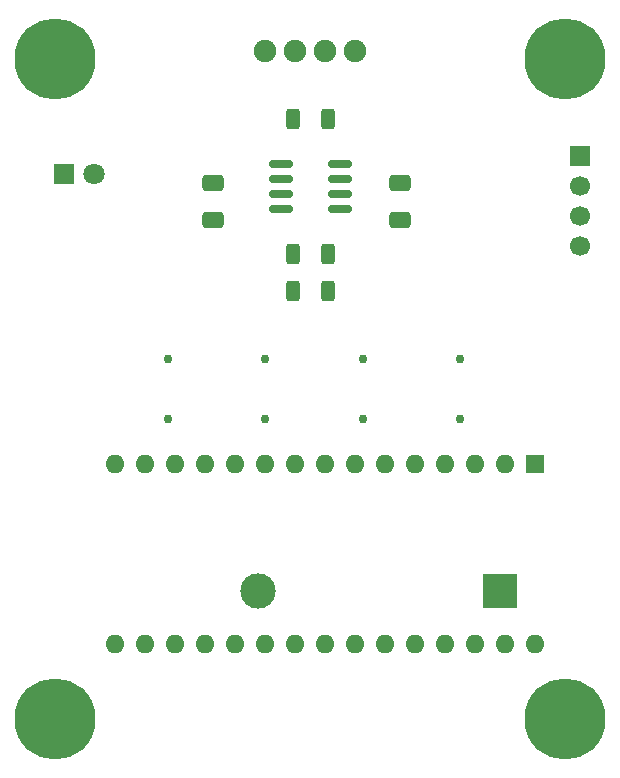
<source format=gbr>
%TF.GenerationSoftware,KiCad,Pcbnew,9.0.7-9.0.7~ubuntu24.04.1*%
%TF.CreationDate,2026-02-13T13:47:40-05:00*%
%TF.ProjectId,ControlPanelRTC,436f6e74-726f-46c5-9061-6e656c525443,rev?*%
%TF.SameCoordinates,Original*%
%TF.FileFunction,Soldermask,Bot*%
%TF.FilePolarity,Negative*%
%FSLAX46Y46*%
G04 Gerber Fmt 4.6, Leading zero omitted, Abs format (unit mm)*
G04 Created by KiCad (PCBNEW 9.0.7-9.0.7~ubuntu24.04.1) date 2026-02-13 13:47:40*
%MOMM*%
%LPD*%
G01*
G04 APERTURE LIST*
G04 Aperture macros list*
%AMRoundRect*
0 Rectangle with rounded corners*
0 $1 Rounding radius*
0 $2 $3 $4 $5 $6 $7 $8 $9 X,Y pos of 4 corners*
0 Add a 4 corners polygon primitive as box body*
4,1,4,$2,$3,$4,$5,$6,$7,$8,$9,$2,$3,0*
0 Add four circle primitives for the rounded corners*
1,1,$1+$1,$2,$3*
1,1,$1+$1,$4,$5*
1,1,$1+$1,$6,$7*
1,1,$1+$1,$8,$9*
0 Add four rect primitives between the rounded corners*
20,1,$1+$1,$2,$3,$4,$5,0*
20,1,$1+$1,$4,$5,$6,$7,0*
20,1,$1+$1,$6,$7,$8,$9,0*
20,1,$1+$1,$8,$9,$2,$3,0*%
G04 Aperture macros list end*
%ADD10C,6.858000*%
%ADD11R,3.000000X3.000000*%
%ADD12C,3.000000*%
%ADD13C,0.762000*%
%ADD14RoundRect,0.250000X0.312500X0.625000X-0.312500X0.625000X-0.312500X-0.625000X0.312500X-0.625000X0*%
%ADD15R,1.800000X1.800000*%
%ADD16C,1.800000*%
%ADD17RoundRect,0.250000X-0.650000X0.412500X-0.650000X-0.412500X0.650000X-0.412500X0.650000X0.412500X0*%
%ADD18R,1.600000X1.600000*%
%ADD19O,1.600000X1.600000*%
%ADD20C,1.905000*%
%ADD21R,1.700000X1.700000*%
%ADD22C,1.700000*%
%ADD23RoundRect,0.150000X-0.825000X-0.150000X0.825000X-0.150000X0.825000X0.150000X-0.825000X0.150000X0*%
%ADD24RoundRect,0.250000X-0.312500X-0.625000X0.312500X-0.625000X0.312500X0.625000X-0.312500X0.625000X0*%
G04 APERTURE END LIST*
D10*
%TO.C,H4*%
X165100000Y-100965000D03*
%TD*%
%TO.C,H3*%
X121920000Y-100965000D03*
%TD*%
%TO.C,H2*%
X165100000Y-45085000D03*
%TD*%
%TO.C,H1*%
X121920000Y-45085000D03*
%TD*%
D11*
%TO.C,BT1*%
X159570000Y-90169999D03*
D12*
X139080000Y-90169999D03*
%TD*%
D13*
%TO.C,SW4*%
X131445000Y-70485000D03*
X131445000Y-75565000D03*
%TD*%
%TO.C,SW3*%
X139700000Y-75565000D03*
X139700000Y-70485000D03*
%TD*%
%TO.C,SW2*%
X147955000Y-75565000D03*
X147955000Y-70485000D03*
%TD*%
%TO.C,SW1*%
X156210000Y-75565000D03*
X156210000Y-70485000D03*
%TD*%
D14*
%TO.C,R3*%
X144972500Y-50165000D03*
X142047500Y-50165000D03*
%TD*%
D15*
%TO.C,Q1*%
X122682000Y-54864000D03*
D16*
X125222000Y-54864000D03*
%TD*%
D17*
%TO.C,C2*%
X151130000Y-55587500D03*
X151130000Y-58712500D03*
%TD*%
D18*
%TO.C,A1*%
X162560000Y-79375000D03*
D19*
X160020000Y-79375000D03*
X157480000Y-79375000D03*
X154940000Y-79375000D03*
X152400000Y-79375000D03*
X149860000Y-79375000D03*
X147320000Y-79375000D03*
X144780000Y-79375000D03*
X142240000Y-79375000D03*
X139700000Y-79375000D03*
X137160000Y-79375000D03*
X134620000Y-79375000D03*
X132080000Y-79375000D03*
X129540000Y-79375000D03*
X127000000Y-79375000D03*
X127000000Y-94615000D03*
X129540000Y-94615000D03*
X132080000Y-94615000D03*
X134620000Y-94615000D03*
X137160000Y-94615000D03*
X139700000Y-94615000D03*
X142240000Y-94615000D03*
X144780000Y-94615000D03*
X147320000Y-94615000D03*
X149860000Y-94615000D03*
X152400000Y-94615000D03*
X154940000Y-94615000D03*
X157480000Y-94615000D03*
X160020000Y-94615000D03*
X162560000Y-94615000D03*
%TD*%
D20*
%TO.C,J2*%
X139700000Y-44450000D03*
X142240000Y-44450000D03*
X144780000Y-44450000D03*
X147320000Y-44450000D03*
%TD*%
D21*
%TO.C,J1*%
X166370000Y-53340000D03*
D22*
X166370000Y-55880000D03*
X166370000Y-58420000D03*
X166370000Y-60960000D03*
%TD*%
D17*
%TO.C,C1*%
X135255000Y-55587500D03*
X135255000Y-58712500D03*
%TD*%
D23*
%TO.C,U1*%
X141035000Y-57785000D03*
X141035000Y-56515000D03*
X141035000Y-55245000D03*
X141035000Y-53975000D03*
X145985000Y-53975000D03*
X145985000Y-55245000D03*
X145985000Y-56515000D03*
X145985000Y-57785000D03*
%TD*%
D24*
%TO.C,R1*%
X142047500Y-61595000D03*
X144972500Y-61595000D03*
%TD*%
%TO.C,R2*%
X142047500Y-64770000D03*
X144972500Y-64770000D03*
%TD*%
M02*

</source>
